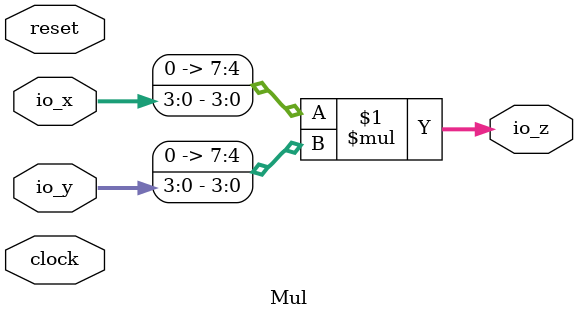
<source format=v>
module Mul(
  input        clock,
               reset,
  input  [3:0] io_x,
               io_y,
  output [7:0] io_z
);

  assign io_z = {4'h0, io_x} * {4'h0, io_y};
endmodule


</source>
